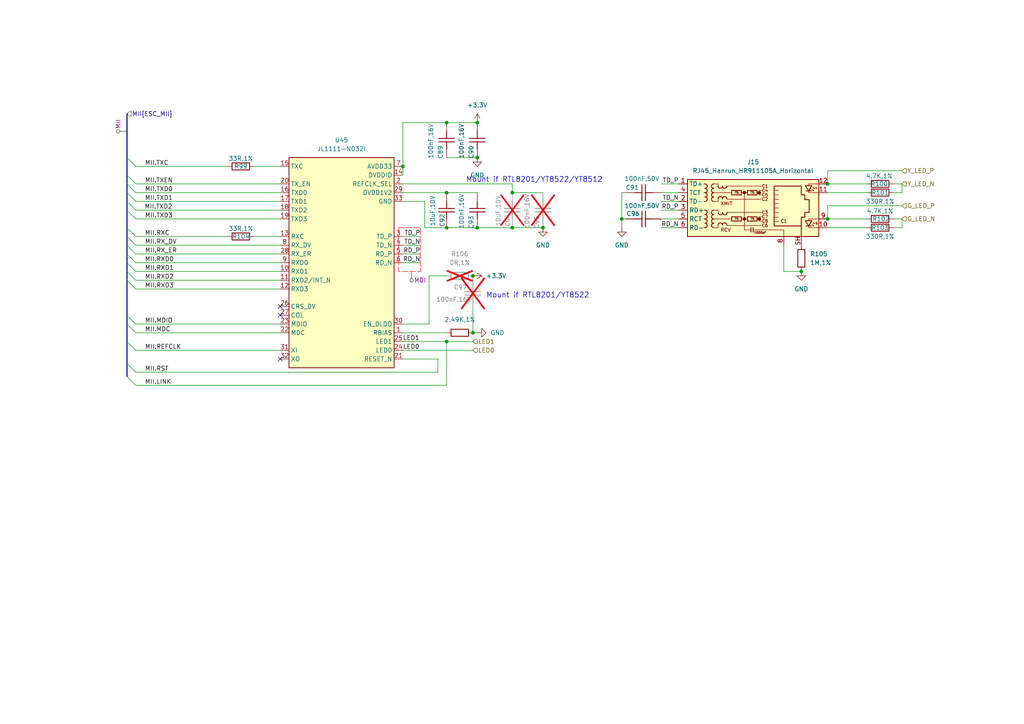
<source format=kicad_sch>
(kicad_sch (version 20250114) (generator "eeschema") (generator_version "9.0")
  (paper "A4")
  (lib_symbols
    (symbol "Connector:RJ45_Hanrun_HR911105A_Horizontal"
      (property "Reference" "J" (at 18.415 10.16 0))
      (property "Value" "RJ45_Hanrun_HR911105A_Horizontal" (at -19.05 10.16 0))
      (symbol "RJ45_Hanrun_HR911105A_Horizontal_0_0"
        (circle (center -1.27 5.08) (radius 0.0001) (stroke (width 0.508)))
        (polyline (pts (xy -1.27 5.08) (xy -1.27 -5.715)))
        (circle (center -1.27 -2.54) (radius 0.0001) (stroke (width 0.508)))
        (polyline (pts (xy 0.635 -5.08) (xy 0.635 -6.35)) (stroke (width 0.254)))
        (polyline (pts (xy 1.27 -5.08) (xy 1.27 -6.35)) (stroke (width 0.254)))
        (polyline (pts (xy 3.048 5.08) (xy 2.54 5.08)))
        (circle (center 3.048 5.08) (radius 0.0001) (stroke (width 0.508)))
        (polyline (pts (xy 3.048 -2.54) (xy 2.54 -2.54)))
        (circle (center 3.048 -2.54) (radius 0.0001) (stroke (width 0.508)))
        (polyline (pts (xy 3.683 5.715) (xy 3.048 5.715) (xy 3.048 4.445) (xy 3.683 4.445)))
        (polyline (pts (xy 3.683 -1.905) (xy 3.048 -1.905) (xy 3.048 -3.175) (xy 3.683 -3.175)))
        (polyline (pts (xy 17.399 7.112) (xy 17.399 7.62) (xy 20.32 7.62)))
        (polyline (pts (xy 17.399 -3.048) (xy 17.399 -2.54) (xy 20.32 -2.54)))
        (polyline (pts (xy 20.32 5.08) (xy 17.399 5.08) (xy 17.399 5.588)))
        (polyline (pts (xy 20.32 -5.08) (xy 17.399 -5.08) (xy 17.399 -4.572)))
        (text "XMIT" (at -8.255 1.905 0) (effects (font (size 1.016 1.016)) (justify left)))
        (text "RCV" (at -8.255 -5.715 0) (effects (font (size 1.016 1.016)) (justify left)))
        (text "C1" (at 4.699 6.985 0) (effects (font (size 0.889 0.889))))
        (text "C4" (at 4.699 5.715 0) (effects (font (size 0.889 0.889))))
        (text "C5" (at 4.699 4.445 0) (effects (font (size 0.889 0.889))))
        (text "C2" (at 4.699 3.175 0) (effects (font (size 0.889 0.889))))
        (text "C3" (at 4.699 -0.635 0) (effects (font (size 0.889 0.889))))
        (text "C7" (at 4.699 -1.905 0) (effects (font (size 0.889 0.889))))
        (text "C8" (at 4.699 -3.175 0) (effects (font (size 0.889 0.889))))
        (text "C6" (at 4.699 -4.445 0) (effects (font (size 0.889 0.889))))
        (text "C1" (at 10.16 -3.175 0) (effects (font (size 0.889 0.889))))
      )
      (symbol "RJ45_Hanrun_HR911105A_Horizontal_0_1"
        (rectangle (start -17.78 8.89) (end 20.32 -7.62) (stroke (width 0.254)) (fill (type background)))
        (polyline (pts (xy -12.7 7.62) (xy -13.081 7.62)))
        (polyline (pts (xy -12.7 5.08) (xy -13.081 5.08)))
        (polyline (pts (xy -12.7 2.54) (xy -13.081 2.54)))
        (polyline (pts (xy -12.7 0) (xy -13.081 0)))
        (polyline (pts (xy -12.7 -2.54) (xy -13.081 -2.54)))
        (polyline (pts (xy -12.7 -5.08) (xy -13.081 -5.08)))
        (polyline (pts (xy -10.16 7.62) (xy -8.89 7.62) (xy -8.89 6.985)))
        (polyline (pts (xy -10.16 0) (xy -8.89 0) (xy -8.89 -0.635)))
        (polyline (pts (xy -8.89 3.175) (xy -8.89 2.54) (xy -10.16 2.54)))
        (polyline (pts (xy -8.89 -4.445) (xy -8.89 -5.08) (xy -10.16 -5.08)))
        (polyline (pts (xy -6.35 6.985) (xy 3.683 6.985)))
        (polyline (pts (xy -6.35 3.175) (xy 3.683 3.175)))
        (polyline (pts (xy -6.35 -4.445) (xy 3.683 -4.445)))
        (polyline (pts (xy -6.223 -0.635) (xy 3.683 -0.635)))
        (polyline (pts (xy -5.08 -2.54) (xy -10.16 -2.54)))
        (polyline (pts (xy -4.953 5.08) (xy -10.16 5.08)))
        (polyline (pts (xy -2.159 5.08) (xy -0.381 5.08)))
        (polyline (pts (xy -2.159 -2.54) (xy -0.381 -2.54)))
        (polyline (pts (xy 0.635 -5.715) (xy -1.27 -5.715)))
        (polyline (pts (xy 7.366 3.175) (xy 8.636 3.175)))
        (polyline (pts (xy 7.366 1.905) (xy 8.636 1.905)))
        (polyline (pts (xy 7.366 0.635) (xy 8.636 0.635)))
        (polyline (pts (xy 7.366 -0.762) (xy 8.636 -0.762)))
        (polyline (pts (xy 7.366 -2.032) (xy 8.636 -2.032)))
        (polyline (pts (xy 8.636 5.715) (xy 7.366 5.715)))
        (polyline (pts (xy 8.636 4.445) (xy 7.366 4.445)))
        (polyline (pts (xy 8.636 -3.302) (xy 7.366 -3.302)))
        (polyline (pts (xy 10.16 -5.715) (xy 1.27 -5.715)))
        (polyline (pts (xy 10.16 -5.715) (xy 10.16 -7.62)))
      )
      (symbol "RJ45_Hanrun_HR911105A_Horizontal_1_0"
        (text "1000pF" (at 3.302 -6.477 0) (effects (font (size 0.635 0.635))))
      )
      (symbol "RJ45_Hanrun_HR911105A_Horizontal_1_1"
        (arc (start -12.7 0) (mid -12.0677 -0.635) (end -12.7 -1.27) (stroke (width 0.254)))
        (arc (start -12.6973 7.62) (mid -12.065 6.985) (end -12.6973 6.35) (stroke (width 0.254)))
        (arc (start -12.6973 -1.27) (mid -12.065 -1.905) (end -12.6973 -2.54) (stroke (width 0.254)))
        (arc (start -12.6973 -2.54) (mid -12.065 -3.175) (end -12.6973 -3.81) (stroke (width 0.254)))
        (arc (start -12.6973 -3.81) (mid -12.065 -4.445) (end -12.6973 -5.08) (stroke (width 0.254)))
        (arc (start -12.6946 6.35) (mid -12.0623 5.715) (end -12.6946 5.08) (stroke (width 0.254)))
        (arc (start -12.6946 5.08) (mid -12.0623 4.445) (end -12.6946 3.81) (stroke (width 0.254)))
        (arc (start -12.6946 3.81) (mid -12.0623 3.175) (end -12.6946 2.54) (stroke (width 0.254)))
        (arc (start -10.1654 6.35) (mid -10.7977 6.985) (end -10.1654 7.62) (stroke (width 0.254)))
        (arc (start -10.1654 5.08) (mid -10.7977 5.715) (end -10.1654 6.35) (stroke (width 0.254)))
        (arc (start -10.1654 3.81) (mid -10.7977 4.445) (end -10.1654 5.08) (stroke (width 0.254)))
        (arc (start -10.1654 -1.27) (mid -10.7977 -0.635) (end -10.1654 0) (stroke (width 0.254)))
        (arc (start -10.1654 -2.54) (mid -10.7977 -1.905) (end -10.1654 -1.27) (stroke (width 0.254)))
        (arc (start -10.1654 -3.81) (mid -10.7977 -3.175) (end -10.1654 -2.54) (stroke (width 0.254)))
        (arc (start -10.1627 2.54) (mid -10.795 3.175) (end -10.1627 3.81) (stroke (width 0.254)))
        (arc (start -10.1627 -5.08) (mid -10.795 -4.445) (end -10.1627 -3.81) (stroke (width 0.254)))
        (arc (start -7.62 6.9823) (mid -8.255 6.35) (end -8.89 6.9823) (stroke (width 0.254)))
        (arc (start -8.89 3.3047) (mid -8.255 3.937) (end -7.62 3.3047) (stroke (width 0.254)))
        (arc (start -8.89 -4.3153) (mid -8.255 -3.683) (end -7.62 -4.3153) (stroke (width 0.254)))
        (arc (start -7.5565 -0.7012) (mid -8.1915 -1.3335) (end -8.8265 -0.7012) (stroke (width 0.254)))
        (arc (start -6.35 6.985) (mid -6.985 6.3527) (end -7.62 6.985) (stroke (width 0.254)))
        (arc (start -7.62 3.3074) (mid -6.985 3.9397) (end -6.35 3.3074) (stroke (width 0.254)))
        (arc (start -7.62 -4.3126) (mid -6.985 -3.6803) (end -6.35 -4.3126) (stroke (width 0.254)))
        (arc (start -6.2865 -0.6985) (mid -6.9215 -1.3308) (end -7.5565 -0.6985) (stroke (width 0.254)))
        (rectangle (start -4.953 5.715) (end -2.159 4.445) (stroke (width 0.254)))
        (rectangle (start -4.953 -1.905) (end -2.159 -3.175) (stroke (width 0.254)))
        (rectangle (start -0.381 5.715) (end 2.413 4.445) (stroke (width 0.254)))
        (rectangle (start -0.381 -1.905) (end 2.413 -3.175) (stroke (width 0.254)))
        (polyline (pts (xy 7.366 -4.572) (xy 7.366 6.985) (xy 15.24 6.985) (xy 15.24 4.445) (xy 16.256 4.445) (xy 16.256 3.048) (xy 17.526 3.048) (xy 17.526 -0.635) (xy 16.256 -0.635) (xy 16.256 -2.032) (xy 15.24 -2.032) (xy 15.24 -4.572) (xy 7.366 -4.572)) (stroke (width 0.254)))
        (polyline (pts (xy 15.24 -7.62) (xy 15.24 -4.572)) (stroke (width 0.254)))
        (polyline (pts (xy 18.161 5.588) (xy 16.637 5.588)) (stroke (width 0.254)))
        (polyline (pts (xy 18.161 -4.572) (xy 16.637 -4.572)) (stroke (width 0.254)))
        (polyline (pts (xy 18.288 7.112) (xy 16.383 7.112) (xy 17.399 5.588) (xy 18.288 7.112)) (stroke (width 0.254)))
        (polyline (pts (xy 18.288 6.096) (xy 18.796 5.588) (xy 18.542 5.588)))
        (polyline (pts (xy 18.288 -3.048) (xy 16.383 -3.048) (xy 17.399 -4.572) (xy 18.288 -3.048)) (stroke (width 0.254)))
        (polyline (pts (xy 18.288 -4.064) (xy 18.796 -4.572) (xy 18.542 -4.572)))
        (polyline (pts (xy 18.542 6.731) (xy 19.05 6.223) (xy 18.796 6.223)))
        (polyline (pts (xy 18.542 -3.429) (xy 19.05 -3.937) (xy 18.796 -3.937)))
        (polyline (pts (xy 18.796 5.588) (xy 18.796 5.842)))
        (polyline (pts (xy 18.796 -4.572) (xy 18.796 -4.318)))
        (polyline (pts (xy 19.05 6.223) (xy 19.05 6.477)))
        (polyline (pts (xy 19.05 -3.937) (xy 19.05 -3.683)))
        (text "75" (at -3.556 5.08 0) (effects (font (size 0.635 0.635))))
        (text "75" (at -3.556 -2.54 0) (effects (font (size 0.635 0.635))))
        (text "75" (at 1.016 5.08 0) (effects (font (size 0.635 0.635))))
        (text "75" (at 1.016 -2.54 0) (effects (font (size 0.635 0.635))))
        (text "Y" (at 19.558 6.35 0) (effects (font (size 0.635 0.635))))
        (text "G" (at 19.685 -3.81 0) (effects (font (size 0.635 0.635))))
        (pin passive line (at -20.32 7.62 0) (length 2.54) (name "TD+") (number "1"))
        (pin passive line (at -20.32 5.08 0) (length 2.54) (name "TCT") (number "4"))
        (pin passive line (at -20.32 2.54 0) (length 2.54) (name "TD-") (number "2"))
        (pin passive line (at -20.32 0 0) (length 2.54) (name "RD+") (number "3"))
        (pin passive line (at -20.32 -2.54 0) (length 2.54) (name "RCT") (number "5"))
        (pin passive line (at -20.32 -5.08 0) (length 2.54) (name "RD-") (number "6"))
        (pin power_in line (at 10.16 -10.16 90) (length 2.54) (name "") (number "8"))
        (pin passive line (at 15.24 -10.16 90) (length 2.54) (name "") (number "SH"))
        (pin no_connect line (at 20.32 0 0) (length 0) (hide yes) (name "NC") (number "7"))
        (pin passive line (at 22.86 7.62 180) (length 2.54) (name "") (number "12"))
        (pin passive line (at 22.86 5.08 180) (length 2.54) (name "") (number "11"))
        (pin passive line (at 22.86 -2.54 180) (length 2.54) (name "") (number "9"))
        (pin passive line (at 22.86 -5.08 180) (length 2.54) (name "") (number "10"))
      )
    )
    (symbol "HPM6280Foc:0402WGF0000TCE" (pin_numbers (hide yes)) (pin_names (hide yes))
      (property "Reference" "R" (at 0 2.54 0))
      (property "Value" "0R,1%" (at 0 0 0))
      (symbol "0402WGF0000TCE_0_1"
        (rectangle (start 2.54 -1.016) (end -2.54 1.016) (stroke (width 0.254)))
      )
      (symbol "0402WGF0000TCE_1_1"
        (pin passive line (at -3.81 0 0) (length 1.27) (name "~") (number "1"))
        (pin passive line (at 3.81 0 180) (length 1.27) (name "~") (number "2"))
      )
    )
    (symbol "HPM6280Foc:0402WGF2491TCE" (pin_numbers (hide yes)) (pin_names (hide yes))
      (property "Reference" "R" (at 0 2.54 0))
      (property "Value" "2.49K,1%" (at 0 0 0))
      (symbol "0402WGF2491TCE_0_1"
        (rectangle (start 2.54 -1.016) (end -2.54 1.016) (stroke (width 0.254)))
      )
      (symbol "0402WGF2491TCE_1_1"
        (pin passive line (at -3.81 0 0) (length 1.27) (name "~") (number "1"))
        (pin passive line (at 3.81 0 180) (length 1.27) (name "~") (number "2"))
      )
    )
    (symbol "HPM6280Foc:0402WGF3300TCE" (pin_numbers (hide yes)) (pin_names (hide yes))
      (property "Reference" "R" (at 0 2.54 0))
      (property "Value" "330R,1%" (at 0 0 0))
      (symbol "0402WGF3300TCE_0_1"
        (rectangle (start 2.54 -1.016) (end -2.54 1.016) (stroke (width 0.254)))
      )
      (symbol "0402WGF3300TCE_1_1"
        (pin passive line (at -3.81 0 0) (length 1.27) (name "~") (number "1"))
        (pin passive line (at 3.81 0 180) (length 1.27) (name "~") (number "2"))
      )
    )
    (symbol "HPM6280Foc:0402WGF330JTCE" (pin_numbers (hide yes)) (pin_names (hide yes))
      (property "Reference" "R" (at 0 2.54 0))
      (property "Value" "33R,1%" (at 0 0 0))
      (symbol "0402WGF330JTCE_0_1"
        (rectangle (start 2.54 -1.016) (end -2.54 1.016) (stroke (width 0.254)))
      )
      (symbol "0402WGF330JTCE_1_1"
        (pin passive line (at -3.81 0 0) (length 1.27) (name "~") (number "1"))
        (pin passive line (at 3.81 0 180) (length 1.27) (name "~") (number "2"))
      )
    )
    (symbol "HPM6280Foc:0402WGF4701TCE" (pin_numbers (hide yes)) (pin_names (hide yes))
      (property "Reference" "R" (at -1.27 2.54 0))
      (property "Value" "4.7K,1%" (at 0 -2.54 0))
      (symbol "0402WGF4701TCE_0_1"
        (rectangle (start 2.54 -1.016) (end -2.54 1.016) (stroke (width 0.254)))
      )
      (symbol "0402WGF4701TCE_1_1"
        (pin passive line (at -3.81 0 0) (length 1.27) (name "~") (number "1"))
        (pin passive line (at 3.81 0 180) (length 1.27) (name "~") (number "2"))
      )
    )
    (symbol "HPM6280Foc:0805W8F1004T5E" (pin_numbers (hide yes)) (pin_names (hide yes))
      (property "Reference" "R" (at 0 2.54 0))
      (property "Value" "1M,1%" (at 0 0 0))
      (symbol "0805W8F1004T5E_0_1"
        (rectangle (start 2.54 -1.016) (end -2.54 1.016) (stroke (width 0.254)))
      )
      (symbol "0805W8F1004T5E_1_1"
        (pin passive line (at -3.81 0 0) (length 1.27) (name "~") (number "1"))
        (pin passive line (at 3.81 0 180) (length 1.27) (name "~") (number "2"))
      )
    )
    (symbol "HPM6280Foc:CC0402KRX7R7BB104"
      (property "Reference" "C" (at -1.27 2.54 0))
      (property "Value" "100nF,16V" (at 0 -3.81 0))
      (symbol "CC0402KRX7R7BB104_1_0"
        (polyline (pts (xy -0.508 2.286) (xy -0.508 -2.286)) (stroke (width 0.254)))
        (polyline (pts (xy -0.508 0) (xy -2.54 0)) (stroke (width 0.254)))
        (polyline (pts (xy 0.508 2.286) (xy 0.508 -2.286)) (stroke (width 0.254)))
        (polyline (pts (xy 0.508 0) (xy 2.54 0)) (stroke (width 0.254)))
        (pin passive line (at -5.08 0 0) (length 2.54) (name "2") (number "2"))
        (pin passive line (at 5.08 0 180) (length 2.54) (name "1") (number "1"))
      )
    )
    (symbol "HPM6280Foc:CC0603KRX7R9BB104"
      (property "Reference" "C" (at -1.27 2.54 0))
      (property "Value" "100nF,50V" (at 0 -3.81 0))
      (symbol "CC0603KRX7R9BB104_1_0"
        (polyline (pts (xy -0.508 2.286) (xy -0.508 -2.286)) (stroke (width 0.254)))
        (polyline (pts (xy -0.508 0) (xy -2.54 0)) (stroke (width 0.254)))
        (polyline (pts (xy 0.508 2.286) (xy 0.508 -2.286)) (stroke (width 0.254)))
        (polyline (pts (xy 0.508 0) (xy 2.54 0)) (stroke (width 0.254)))
        (pin passive line (at -5.08 0 0) (length 2.54) (name "2") (number "2"))
        (pin passive line (at 5.08 0 180) (length 2.54) (name "1") (number "1"))
      )
    )
    (symbol "HPM6280Foc:CL05A106MP5NUNC"
      (property "Reference" "C" (at 0 3.81 0))
      (property "Value" "10uF,10V" (at 0 -3.81 0))
      (symbol "CL05A106MP5NUNC_1_0"
        (polyline (pts (xy -0.508 2.286) (xy -0.508 -2.286)) (stroke (width 0.254)))
        (polyline (pts (xy -0.508 0) (xy -2.54 0)) (stroke (width 0.254)))
        (polyline (pts (xy 0.508 2.286) (xy 0.508 -2.286)) (stroke (width 0.254)))
        (polyline (pts (xy 0.508 0) (xy 2.54 0)) (stroke (width 0.254)))
        (pin passive line (at -5.08 0 0) (length 2.54) (name "2") (number "2"))
        (pin passive line (at 5.08 0 180) (length 2.54) (name "1") (number "1"))
      )
    )
    (symbol "HPM6280Foc:JL1111-N032I"
      (property "Reference" "U" (at 0 0 0))
      (property "Value" "JL1111-N032I" (at 0 0 0))
      (symbol "JL1111-N032I_1_1"
        (rectangle (start 0 0) (end 30.48 -60.96) (stroke (width 0.254)) (fill (type background)))
        (pin input line (at -2.54 -2.54 0) (length 2.54) (name "TXC") (number "15"))
        (pin input line (at -2.54 -7.62 0) (length 2.54) (name "TX_EN") (number "20"))
        (pin input line (at -2.54 -10.16 0) (length 2.54) (name "TXD0") (number "16"))
        (pin input line (at -2.54 -12.7 0) (length 2.54) (name "TXD1") (number "17"))
        (pin input line (at -2.54 -15.24 0) (length 2.54) (name "TXD2") (number "18"))
        (pin input line (at -2.54 -17.78 0) (length 2.54) (name "TXD3") (number "19"))
        (pin output line (at -2.54 -22.86 0) (length 2.54) (name "RXC") (number "13"))
        (pin output line (at -2.54 -25.4 0) (length 2.54) (name "RX_DV") (number "8"))
        (pin output line (at -2.54 -27.94 0) (length 2.54) (name "RX_ER") (number "28"))
        (pin output line (at -2.54 -30.48 0) (length 2.54) (name "RXD0") (number "9"))
        (pin output line (at -2.54 -33.02 0) (length 2.54) (name "RXD1") (number "10"))
        (pin output line (at -2.54 -35.56 0) (length 2.54) (name "RXD2/INT_N") (number "11"))
        (pin output line (at -2.54 -38.1 0) (length 2.54) (name "RXD3") (number "12"))
        (pin output line (at -2.54 -43.18 0) (length 2.54) (name "CRS_DV") (number "26"))
        (pin output line (at -2.54 -45.72 0) (length 2.54) (name "COL") (number "27"))
        (pin bidirectional line (at -2.54 -48.26 0) (length 2.54) (name "MDIO") (number "23"))
        (pin input line (at -2.54 -50.8 0) (length 2.54) (name "MDC") (number "22"))
        (pin input line (at -2.54 -55.88 0) (length 2.54) (name "XI") (number "31"))
        (pin output line (at -2.54 -58.42 0) (length 2.54) (name "XO") (number "32"))
        (pin power_in line (at 33.02 -2.54 180) (length 2.54) (name "AVDD33") (number "7"))
        (pin power_in line (at 33.02 -5.08 180) (length 2.54) (name "DVDDIO") (number "14"))
        (pin power_in line (at 33.02 -7.62 180) (length 2.54) (name "REFCLK_SEL") (number "2"))
        (pin power_in line (at 33.02 -10.16 180) (length 2.54) (name "DVDD1V2") (number "29"))
        (pin power_in line (at 33.02 -12.7 180) (length 2.54) (name "GND") (number "33"))
        (pin input line (at 33.02 -22.86 180) (length 2.54) (name "TD_P") (number "3"))
        (pin input line (at 33.02 -25.4 180) (length 2.54) (name "TD_N") (number "4"))
        (pin input line (at 33.02 -27.94 180) (length 2.54) (name "RD_P") (number "5"))
        (pin input line (at 33.02 -30.48 180) (length 2.54) (name "RD_N") (number "6"))
        (pin input line (at 33.02 -48.26 180) (length 2.54) (name "EN_DLDO") (number "30"))
        (pin input line (at 33.02 -50.8 180) (length 2.54) (name "RBIAS") (number "1"))
        (pin bidirectional line (at 33.02 -53.34 180) (length 2.54) (name "LED1") (number "25"))
        (pin bidirectional line (at 33.02 -55.88 180) (length 2.54) (name "LED0") (number "24"))
        (pin input line (at 33.02 -58.42 180) (length 2.54) (name "RESET_N") (number "21"))
      )
    )
    (symbol "power:+3.3V" (power) (pin_numbers (hide yes)) (pin_names (offset 0) (hide yes))
      (property "Value" "+3.3V" (at 0 3.556 0))
      (symbol "+3.3V_0_1"
        (polyline (pts (xy -0.762 1.27) (xy 0 2.54)))
        (polyline (pts (xy 0 2.54) (xy 0.762 1.27)))
        (polyline (pts (xy 0 0) (xy 0 2.54)))
      )
      (symbol "+3.3V_1_1"
        (pin power_in line (at 0 0 90) (length 0) (name "~") (number "1"))
      )
    )
    (symbol "power:GND" (power) (pin_numbers (hide yes)) (pin_names (offset 0) (hide yes))
      (property "Value" "GND" (at 0 -3.81 0))
      (symbol "GND_0_1"
        (polyline (pts (xy 0 0) (xy 0 -1.27) (xy 1.27 -1.27) (xy 0 -2.54) (xy -1.27 -1.27) (xy 0 -1.27)))
      )
      (symbol "GND_1_1"
        (pin power_in line (at 0 0 270) (length 0) (name "~") (number "1"))
      )
    )
  )
  (text "Mount if RTL8201/YT8522\n" (at 140.97 86.614 0) (effects (font (size 1.5 1.5)) (justify left bottom)))
  (text "Mount if RTL8201/YT8522/YT8512\n" (at 135.128 53.086 0) (effects (font (size 1.5 1.5)) (justify left bottom)))
  (junction (at 148.59 55.88))
  (junction (at 148.59 66.04))
  (junction (at 157.48 66.04))
  (junction (at 240.03 53.34))
  (junction (at 129.54 99.06))
  (junction (at 138.43 66.04))
  (junction (at 240.03 63.5))
  (junction (at 138.43 45.72))
  (junction (at 180.34 63.5))
  (junction (at 138.43 35.56))
  (junction (at 116.84 48.26))
  (junction (at 129.54 35.56))
  (junction (at 129.54 55.88))
  (junction (at 129.54 66.04))
  (junction (at 137.16 96.52))
  (junction (at 137.16 80.01))
  (junction (at 232.41 78.74))
  (no_connect (at 81.28 91.44))
  (no_connect (at 81.28 104.14))
  (no_connect (at 81.28 88.9))
  (bus_entry (at 36.83 99.06) (size 2.54 2.54))
  (bus_entry (at 36.83 66.04) (size 2.54 2.54))
  (bus_entry (at 36.83 78.74) (size 2.54 2.54))
  (bus_entry (at 36.83 73.66) (size 2.54 2.54))
  (bus_entry (at 36.83 60.96) (size 2.54 2.54))
  (bus_entry (at 36.83 58.42) (size 2.54 2.54))
  (bus_entry (at 36.83 91.44) (size 2.54 2.54))
  (bus_entry (at 36.83 68.58) (size 2.54 2.54))
  (bus_entry (at 36.83 45.72) (size 2.54 2.54))
  (bus_entry (at 36.83 76.2) (size 2.54 2.54))
  (bus_entry (at 36.83 93.98) (size 2.54 2.54))
  (bus_entry (at 36.83 81.28) (size 2.54 2.54))
  (bus_entry (at 36.83 55.88) (size 2.54 2.54))
  (bus_entry (at 36.83 105.41) (size 2.54 2.54))
  (bus_entry (at 36.83 109.22) (size 2.54 2.54))
  (bus_entry (at 36.83 71.12) (size 2.54 2.54))
  (bus_entry (at 36.83 53.34) (size 2.54 2.54))
  (bus_entry (at 36.83 50.8) (size 2.54 2.54))
  (wire (pts (xy 180.34 55.88) (xy 180.34 63.5)))
  (wire (pts (xy 39.37 60.96) (xy 81.28 60.96)))
  (wire (pts (xy 240.03 63.5) (xy 251.46 63.5)))
  (wire (pts (xy 39.37 53.34) (xy 81.28 53.34)))
  (wire (pts (xy 39.37 73.66) (xy 81.28 73.66)))
  (wire (pts (xy 124.46 80.01) (xy 129.54 80.01)))
  (wire (pts (xy 39.37 48.26) (xy 66.04 48.26)))
  (wire (pts (xy 121.92 73.66) (xy 116.84 73.66)))
  (wire (pts (xy 227.33 71.12) (xy 227.33 78.74)))
  (bus (pts (xy 36.83 81.28) (xy 36.83 91.44)))
  (wire (pts (xy 39.37 111.76) (xy 129.54 111.76)))
  (wire (pts (xy 181.61 55.88) (xy 180.34 55.88)))
  (wire (pts (xy 39.37 81.28) (xy 81.28 81.28)))
  (wire (pts (xy 129.54 99.06) (xy 137.16 99.06)))
  (wire (pts (xy 116.84 48.26) (xy 116.84 35.56)))
  (wire (pts (xy 116.84 96.52) (xy 129.54 96.52)))
  (wire (pts (xy 129.54 111.76) (xy 129.54 99.06)))
  (wire (pts (xy 121.92 76.2) (xy 116.84 76.2)))
  (wire (pts (xy 148.59 55.88) (xy 157.48 55.88)))
  (wire (pts (xy 137.16 96.52) (xy 138.43 96.52)))
  (wire (pts (xy 196.85 58.42) (xy 191.77 58.42)))
  (wire (pts (xy 73.66 68.58) (xy 81.28 68.58)))
  (wire (pts (xy 127 104.14) (xy 116.84 104.14)))
  (bus (pts (xy 36.83 99.06) (xy 36.83 105.41)))
  (bus (pts (xy 36.83 105.41) (xy 36.83 109.22)))
  (bus (pts (xy 36.83 78.74) (xy 36.83 81.28)))
  (bus (pts (xy 36.83 66.04) (xy 36.83 68.58)))
  (wire (pts (xy 129.54 35.56) (xy 138.43 35.56)))
  (wire (pts (xy 129.54 66.04) (xy 138.43 66.04)))
  (wire (pts (xy 39.37 78.74) (xy 81.28 78.74)))
  (wire (pts (xy 196.85 53.34) (xy 191.77 53.34)))
  (wire (pts (xy 240.03 59.69) (xy 240.03 63.5)))
  (wire (pts (xy 240.03 55.88) (xy 251.46 55.88)))
  (wire (pts (xy 39.37 68.58) (xy 66.04 68.58)))
  (wire (pts (xy 138.43 66.04) (xy 148.59 66.04)))
  (wire (pts (xy 259.08 66.04) (xy 261.62 66.04)))
  (wire (pts (xy 39.37 93.98) (xy 81.28 93.98)))
  (wire (pts (xy 261.62 59.69) (xy 240.03 59.69)))
  (wire (pts (xy 116.84 55.88) (xy 129.54 55.88)))
  (wire (pts (xy 148.59 53.34) (xy 148.59 55.88)))
  (wire (pts (xy 261.62 53.34) (xy 259.08 53.34)))
  (wire (pts (xy 39.37 101.6) (xy 81.28 101.6)))
  (wire (pts (xy 39.37 58.42) (xy 81.28 58.42)))
  (bus (pts (xy 36.83 60.96) (xy 36.83 66.04)))
  (wire (pts (xy 39.37 63.5) (xy 81.28 63.5)))
  (wire (pts (xy 261.62 66.04) (xy 261.62 63.5)))
  (wire (pts (xy 148.59 66.04) (xy 157.48 66.04)))
  (bus (pts (xy 36.83 33.02) (xy 36.83 45.72)))
  (wire (pts (xy 259.08 55.88) (xy 261.62 55.88)))
  (wire (pts (xy 39.37 96.52) (xy 81.28 96.52)))
  (wire (pts (xy 39.37 71.12) (xy 81.28 71.12)))
  (wire (pts (xy 123.19 58.42) (xy 123.19 66.04)))
  (wire (pts (xy 39.37 107.95) (xy 127 107.95)))
  (bus (pts (xy 36.83 55.88) (xy 36.83 58.42)))
  (bus (pts (xy 36.83 73.66) (xy 36.83 76.2)))
  (wire (pts (xy 39.37 83.82) (xy 81.28 83.82)))
  (wire (pts (xy 261.62 63.5) (xy 259.08 63.5)))
  (wire (pts (xy 123.19 66.04) (xy 129.54 66.04)))
  (wire (pts (xy 180.34 63.5) (xy 180.34 66.04)))
  (wire (pts (xy 196.85 66.04) (xy 191.77 66.04)))
  (bus (pts (xy 36.83 91.44) (xy 36.83 93.98)))
  (bus (pts (xy 36.83 58.42) (xy 36.83 60.96)))
  (wire (pts (xy 116.84 101.6) (xy 137.16 101.6)))
  (bus (pts (xy 36.83 71.12) (xy 36.83 73.66)))
  (wire (pts (xy 116.84 93.98) (xy 124.46 93.98)))
  (bus (pts (xy 36.83 68.58) (xy 36.83 71.12)))
  (wire (pts (xy 129.54 45.72) (xy 138.43 45.72)))
  (wire (pts (xy 116.84 53.34) (xy 148.59 53.34)))
  (wire (pts (xy 137.16 90.17) (xy 137.16 96.52)))
  (wire (pts (xy 240.03 53.34) (xy 251.46 53.34)))
  (wire (pts (xy 116.84 35.56) (xy 129.54 35.56)))
  (wire (pts (xy 227.33 78.74) (xy 232.41 78.74)))
  (wire (pts (xy 116.84 48.26) (xy 116.84 50.8)))
  (wire (pts (xy 261.62 49.53) (xy 240.03 49.53)))
  (wire (pts (xy 121.92 68.58) (xy 116.84 68.58)))
  (bus (pts (xy 36.83 53.34) (xy 36.83 55.88)))
  (bus (pts (xy 36.83 93.98) (xy 36.83 99.06)))
  (bus (pts (xy 36.83 50.8) (xy 36.83 53.34)))
  (bus (pts (xy 36.83 45.72) (xy 36.83 50.8)))
  (wire (pts (xy 116.84 58.42) (xy 123.19 58.42)))
  (wire (pts (xy 191.77 63.5) (xy 196.85 63.5)))
  (wire (pts (xy 191.77 55.88) (xy 196.85 55.88)))
  (wire (pts (xy 196.85 60.96) (xy 191.77 60.96)))
  (wire (pts (xy 39.37 76.2) (xy 81.28 76.2)))
  (wire (pts (xy 180.34 63.5) (xy 181.61 63.5)))
  (bus (pts (xy 36.83 76.2) (xy 36.83 78.74)))
  (wire (pts (xy 124.46 93.98) (xy 124.46 80.01)))
  (wire (pts (xy 121.92 71.12) (xy 116.84 71.12)))
  (wire (pts (xy 127 107.95) (xy 127 104.14)))
  (wire (pts (xy 116.84 99.06) (xy 129.54 99.06)))
  (wire (pts (xy 39.37 55.88) (xy 81.28 55.88)))
  (wire (pts (xy 73.66 48.26) (xy 81.28 48.26)))
  (wire (pts (xy 261.62 55.88) (xy 261.62 53.34)))
  (wire (pts (xy 240.03 66.04) (xy 251.46 66.04)))
  (wire (pts (xy 240.03 49.53) (xy 240.03 53.34)))
  (wire (pts (xy 129.54 55.88) (xy 138.43 55.88)))
  (label "MII.TXD2" (at 41.91 60.96 0))
  (label "MII.RX_ER" (at 42.0175 73.66 0))
  (label "MII.RXD0" (at 42.0175 76.2 0))
  (label "MII.RXD2" (at 42.0175 81.28 0))
  (label "MII.RXD3" (at 42.0175 83.82 0))
  (label "MII.RST" (at 42.0175 107.95 0))
  (label "TD_N" (at 121.92 71.12 180))
  (label "LED0" (at 116.84 101.6 0))
  (label "MII.TXD0" (at 42.0175 55.88 0))
  (label "MII.MDC" (at 42.0175 96.52 0))
  (label "MII.MDIO" (at 42.0175 93.98 0))
  (label "RD_N" (at 121.92 76.2 180))
  (label "LED1" (at 116.84 99.06 0))
  (label "TD_P" (at 196.85 53.34 180))
  (label "MII.TXD3" (at 42.0175 63.5 0))
  (label "MII.TXC" (at 42.0175 48.26 0))
  (label "RD_P" (at 121.92 73.66 180))
  (label "MII.REFCLK" (at 42.0175 101.6 0))
  (label "RD_N" (at 196.85 66.04 180))
  (label "MII.RX_DV" (at 42.0175 71.12 0))
  (label "MII.RXC" (at 42.0175 68.58 0))
  (label "TD_P" (at 121.92 68.58 180))
  (label "RD_P" (at 196.85 60.96 180))
  (label "MII.TXEN" (at 42.0175 53.34 0))
  (label "TD_N" (at 196.85 58.42 180))
  (label "MII.LINK" (at 42.0175 111.76 0))
  (label "MII.RXD1" (at 42.0175 78.74 0))
  (label "MII.TXD1" (at 42.0175 58.42 0))
  (hierarchical_label "LED0" (shape input) (at 137.16 101.6 0))
  (hierarchical_label "Y_LED_N" (shape input) (at 261.62 53.34 0))
  (hierarchical_label "G_LED_P" (shape input) (at 261.62 59.69 0))
  (hierarchical_label "Y_LED_P" (shape input) (at 261.62 49.53 0))
  (hierarchical_label "G_LED_N" (shape input) (at 261.62 63.5 0))
  (hierarchical_label "MII{ESC_MII}" (shape input) (at 36.83 33.02 0))
  (hierarchical_label "LED1" (shape input) (at 137.16 99.06 0))
  (rule_area (polyline (pts (xy 115.57 66.04) (xy 115.57 78.74) (xy 121.92 78.74) (xy 121.92 66.04)) (stroke (width 0) (type dash))))
  (netclass_flag "" (length 2.54) (shape round) (at 36.83 38.1 90) (property "Netclass" "MII" (at 34.29 37.4015 90) (effects (justify left))))
  (netclass_flag "" (length 2.54) (shape round) (at 119.38 78.74 180) (property "Netclass" "MDI" (at 120.0785 81.28 0) (effects (justify left))))
  (symbol (lib_id "HPM6280Foc:0402WGF4701TCE") (at 255.27 63.5 0) (unit 1)
    (property "Reference" "R102" (at 255.524 63.5 0))
    (property "Value" "4.7K,1%" (at 255.27 61.214 0))
    (property "Footprint" "Resistor_SMD:R_0402_1005Metric" (effects (hide yes)))
    (property "制造商" "UNI-ROYAL(厚声)" (effects (hide yes)))
    (property "华秋编号" "G0065579" (effects (hide yes)))
    (property "立创编号" "C25900" (effects (hide yes)))
    (instances (project "HPM5E31_ECatDualFOC" (path "" (reference "R102") (unit 1)) (path "" (reference "R111") (unit 1))))
  )
  (symbol (lib_id "HPM6280Foc:CL05A106MP5NUNC") (at 129.54 60.96 90) (unit 1)
    (property "Reference" "C92" (at 128.27 61.976 0) (effects (justify right)))
    (property "Value" "10uF,10V" (at 125.476 56.642 0) (effects (justify right)))
    (property "Footprint" "Capacitor_SMD:C_0402_1005Metric" (effects (hide yes)))
    (property "Datasheet" "https://atta.szlcsc.com/upload/public/pdf/source/20231220/1EF805BAE1520675928CC4638D279E74.pdf" (effects (hide yes)))
    (property "华秋编号" "G0022855" (effects (hide yes)))
    (property "立创编号" "C315248" (effects (hide yes)))
    (instances (project "HPM5E31_ECatDualFOC" (path "" (reference "C92") (unit 1)) (path "" (reference "C101") (unit 1))))
  )
  (symbol (lib_id "power:GND") (at 157.48 66.04 0) (unit 1)
    (property "Reference" "#PWR0253" (effects (hide yes)))
    (property "Value" "GND" (at 157.48 71.12 0))
    (property "Description" "Power symbol creates a global label with name \"GND\" , ground" (effects (hide yes)))
    (instances (project "HPM5E31_ECatDualFOC" (path "" (reference "#PWR0253") (unit 1)) (path "" (reference "#PWR0260") (unit 1))))
  )
  (symbol (lib_id "HPM6280Foc:CC0402KRX7R7BB104") (at 157.48 60.96 90) (unit 1) (dnp yes)
    (property "Reference" "C95" (at 155.702 62.484 0) (effects (justify right)))
    (property "Value" "100nF,16V" (at 152.908 56.134 0) (effects (justify right)))
    (property "Footprint" "Capacitor_SMD:C_0402_1005Metric" (effects (hide yes)))
    (property "制造商" "YAGEO(国巨)" (effects (hide yes)))
    (property "华秋编号" "G0042289" (effects (hide yes)))
    (property "立创编号" "C60474" (effects (hide yes)))
    (instances (project "HPM5E31_ECatDualFOC" (path "" (reference "C95") (unit 1)) (path "" (reference "C104") (unit 1))))
  )
  (symbol (lib_id "HPM6280Foc:JL1111-N032I") (at 83.82 45.72 0) (unit 1)
    (property "Reference" "U45" (at 99.06 40.64 0))
    (property "Value" "JL1111-N032I" (at 99.06 43.18 0))
    (property "Footprint" "Package_DFN_QFN:QFN-32-1EP_5x5mm_P0.5mm_EP3.1x3.1mm" (effects (hide yes)))
    (instances (project "HPM5E31_ECatDualFOC" (path "" (reference "U45") (unit 1)) (path "" (reference "U48") (unit 1))))
  )
  (symbol (lib_id "HPM6280Foc:0402WGF3300TCE") (at 255.27 55.88 0) (unit 1)
    (property "Reference" "R101" (at 255.27 55.88 0))
    (property "Value" "330R,1%" (at 255.27 58.42 0))
    (property "Footprint" "Resistor_SMD:R_0402_1005Metric" (effects (hide yes)))
    (property "Description" "330Ω ±1% 62.5mW 厚膜电阻" (effects (hide yes)))
    (property "华秋编号" "G0064870" (effects (hide yes)))
    (property "立创编号" "C25104" (effects (hide yes)))
    (instances (project "HPM5E31_ECatDualFOC" (path "" (reference "R101") (unit 1)) (path "" (reference "R110") (unit 1))))
  )
  (symbol (lib_id "HPM6280Foc:CC0402KRX7R7BB104") (at 138.43 60.96 90) (unit 1)
    (property "Reference" "C93" (at 136.652 62.484 0) (effects (justify right)))
    (property "Value" "100nF,16V" (at 133.858 56.134 0) (effects (justify right)))
    (property "Footprint" "Capacitor_SMD:C_0402_1005Metric" (effects (hide yes)))
    (property "制造商" "YAGEO(国巨)" (effects (hide yes)))
    (property "华秋编号" "G0042289" (effects (hide yes)))
    (property "立创编号" "C60474" (effects (hide yes)))
    (instances (project "HPM5E31_ECatDualFOC" (path "" (reference "C93") (unit 1)) (path "" (reference "C102") (unit 1))))
  )
  (symbol (lib_id "Connector:RJ45_Hanrun_HR911105A_Horizontal") (at 217.17 60.96 0) (unit 1)
    (property "Reference" "J15" (at 218.44 46.99 0))
    (property "Value" "RJ45_Hanrun_HR911105A_Horizontal" (at 218.44 49.53 0))
    (property "Footprint" "Connector_RJ:RJ45_Hanrun_HR911105A_Horizontal" (effects (hide yes)))
    (property "Datasheet" "https://datasheet.lcsc.com/lcsc/1811141815_HANRUN-Zhongshan-HanRun-Elec-HR911105A_C12074.pdf" (effects (hide yes)))
    (property "Description" "1 Port RJ45 Magjack Connector Through Hole 10/100 Base-T, AutoMDIX" (effects (hide yes)))
    (instances (project "HPM5E31_ECatDualFOC" (path "" (reference "J15") (unit 1)) (path "" (reference "J16") (unit 1))))
  )
  (symbol (lib_id "HPM6280Foc:0402WGF4701TCE") (at 255.27 53.34 0) (unit 1)
    (property "Reference" "R100" (at 255.016 53.34 0))
    (property "Value" "4.7K,1%" (at 255.016 51.054 0))
    (property "Footprint" "Resistor_SMD:R_0402_1005Metric" (effects (hide yes)))
    (property "制造商" "UNI-ROYAL(厚声)" (effects (hide yes)))
    (property "华秋编号" "G0065579" (effects (hide yes)))
    (property "立创编号" "C25900" (effects (hide yes)))
    (instances (project "HPM5E31_ECatDualFOC" (path "" (reference "R100") (unit 1)) (path "" (reference "R109") (unit 1))))
  )
  (symbol (lib_id "HPM6280Foc:0402WGF0000TCE") (at 133.35 80.01 0) (unit 1) (dnp yes)
    (property "Reference" "R106" (at 133.35 73.66 0))
    (property "Value" "0R,1%" (at 133.35 76.2 0))
    (property "Footprint" "Resistor_SMD:R_0402_1005Metric" (effects (hide yes)))
    (property "Datasheet" "https://item.szlcsc.com/datasheet/0402WGF0000TCE/17853.html?spm=sc.it.xds.a___sc.cidn.xh18.zy.n&lcsc_vid=RFBZU1BXFlVXXwIAFldZUQYEEwRfUwFQQVdcX1JeQ1cxVlNSTldbUVNeRVNbXjtW" (effects (hide yes)))
    (property "Description" "0Ω ±1% 62.5mW 厚膜电阻" (effects (hide yes)))
    (property "华秋编号" "G0063276" (effects (hide yes)))
    (property "立创编号" "C17168" (effects (hide yes)))
    (instances (project "HPM5E31_ECatDualFOC" (path "" (reference "R106") (unit 1)) (path "" (reference "R115") (unit 1))))
  )
  (symbol (lib_id "HPM6280Foc:0805W8F1004T5E") (at 232.41 74.93 90) (unit 1)
    (property "Reference" "R105" (at 234.95 73.6599 90) (effects (justify right)))
    (property "Value" "1M,1%" (at 234.95 76.1999 90) (effects (justify right)))
    (property "Footprint" "Resistor_SMD:R_0805_2012Metric" (effects (hide yes)))
    (property "华秋编号" "G0034457" (effects (hide yes)))
    (property "立创编号" "C17514" (effects (hide yes)))
    (instances (project "HPM5E31_ECatDualFOC" (path "" (reference "R105") (unit 1)) (path "" (reference "R114") (unit 1))))
  )
  (symbol (lib_id "HPM6280Foc:0402WGF2491TCE") (at 133.35 96.52 0) (unit 1)
    (property "Reference" "R107" (effects (hide yes)))
    (property "Value" "2.49K,1%" (at 133.35 92.71 0))
    (property "Footprint" "Resistor_SMD:R_0402_1005Metric" (effects (hide yes)))
    (property "Datasheet" "https://item.szlcsc.com/datasheet/0402WGF2491TCE/26627.html?spm=sc.it.xds.a___sc.cidn.xh1.zy.n&lcsc_vid=RFBZU1BXFlVXXwIAFldZUQYEEwRfUwFQQVdcX1JeQ1cxVlNSTldbUVNeRVNbXjtW" (effects (hide yes)))
    (property "Description" "2.49kΩ ±1% 62.5mW 厚膜电阻" (effects (hide yes)))
    (property "华秋编号" "G0068199" (effects (hide yes)))
    (property "立创编号" "C25884" (effects (hide yes)))
    (instances (project "HPM5E31_ECatDualFOC" (path "" (reference "R107") (unit 1)) (path "" (reference "R116") (unit 1))))
  )
  (symbol (lib_id "HPM6280Foc:CC0402KRX7R7BB104") (at 129.54 40.64 90) (unit 1)
    (property "Reference" "C89" (at 127.762 42.164 0) (effects (justify right)))
    (property "Value" "100nF,16V" (at 124.968 35.814 0) (effects (justify right)))
    (property "Footprint" "Capacitor_SMD:C_0402_1005Metric" (effects (hide yes)))
    (property "制造商" "YAGEO(国巨)" (effects (hide yes)))
    (property "华秋编号" "G0042289" (effects (hide yes)))
    (property "立创编号" "C60474" (effects (hide yes)))
    (instances (project "HPM5E31_ECatDualFOC" (path "" (reference "C89") (unit 1)) (path "" (reference "C98") (unit 1))))
  )
  (symbol (lib_id "power:+3.3V") (at 138.43 35.56 0) (unit 1)
    (property "Reference" "#PWR0251" (effects (hide yes)))
    (property "Value" "+3.3V" (at 138.43 30.48 0))
    (property "Description" "Power symbol creates a global label with name \"+3.3V\"" (effects (hide yes)))
    (instances (project "HPM5E31_ECatDualFOC" (path "" (reference "#PWR0251") (unit 1)) (path "" (reference "#PWR0258") (unit 1))))
  )
  (symbol (lib_id "power:+3.3V") (at 137.16 80.01 270) (unit 1)
    (property "Reference" "#PWR0256" (effects (hide yes)))
    (property "Value" "+3.3V" (at 140.97 80.0099 90) (effects (justify left)))
    (property "Description" "Power symbol creates a global label with name \"+3.3V\"" (effects (hide yes)))
    (instances (project "HPM5E31_ECatDualFOC" (path "" (reference "#PWR0256") (unit 1)) (path "" (reference "#PWR0263") (unit 1))))
  )
  (symbol (lib_id "HPM6280Foc:CC0603KRX7R9BB104") (at 186.69 63.5 0) (unit 1)
    (property "Reference" "C96" (at 183.642 61.976 0))
    (property "Value" "100nF,50V" (at 186.182 59.69 0))
    (property "Footprint" "Capacitor_SMD:C_0603_1608Metric" (effects (hide yes)))
    (property "制造商" "YAGEO(国巨)" (effects (hide yes)))
    (property "华秋编号" "G0045361" (effects (hide yes)))
    (property "立创编号" "C14663" (effects (hide yes)))
    (instances (project "HPM5E31_ECatDualFOC" (path "" (reference "C96") (unit 1)) (path "" (reference "C105") (unit 1))))
  )
  (symbol (lib_id "power:GND") (at 138.43 96.52 90) (unit 1)
    (property "Reference" "#PWR0257" (effects (hide yes)))
    (property "Value" "GND" (at 142.24 96.5199 90) (effects (justify right)))
    (property "Description" "Power symbol creates a global label with name \"GND\" , ground" (effects (hide yes)))
    (instances (project "HPM5E31_ECatDualFOC" (path "" (reference "#PWR0257") (unit 1)) (path "" (reference "#PWR0264") (unit 1))))
  )
  (symbol (lib_id "HPM6280Foc:0402WGF3300TCE") (at 255.27 66.04 0) (unit 1)
    (property "Reference" "R103" (at 255.27 66.04 0))
    (property "Value" "330R,1%" (at 255.27 68.58 0))
    (property "Footprint" "Resistor_SMD:R_0402_1005Metric" (effects (hide yes)))
    (property "Description" "330Ω ±1% 62.5mW 厚膜电阻" (effects (hide yes)))
    (property "华秋编号" "G0064870" (effects (hide yes)))
    (property "立创编号" "C25104" (effects (hide yes)))
    (instances (project "HPM5E31_ECatDualFOC" (path "" (reference "R103") (unit 1)) (path "" (reference "R112") (unit 1))))
  )
  (symbol (lib_id "HPM6280Foc:CC0603KRX7R9BB104") (at 186.69 55.88 0) (unit 1)
    (property "Reference" "C91" (at 183.388 54.356 0))
    (property "Value" "100nF,50V" (at 186.182 51.816 0))
    (property "Footprint" "Capacitor_SMD:C_0603_1608Metric" (effects (hide yes)))
    (property "制造商" "YAGEO(国巨)" (effects (hide yes)))
    (property "华秋编号" "G0045361" (effects (hide yes)))
    (property "立创编号" "C14663" (effects (hide yes)))
    (instances (project "HPM5E31_ECatDualFOC" (path "" (reference "C91") (unit 1)) (path "" (reference "C100") (unit 1))))
  )
  (symbol (lib_id "power:GND") (at 180.34 66.04 0) (unit 1)
    (property "Reference" "#PWR0254" (effects (hide yes)))
    (property "Value" "GND" (at 180.34 71.12 0))
    (property "Description" "Power symbol creates a global label with name \"GND\" , ground" (effects (hide yes)))
    (instances (project "HPM5E31_ECatDualFOC" (path "" (reference "#PWR0254") (unit 1)) (path "" (reference "#PWR0261") (unit 1))))
  )
  (symbol (lib_id "HPM6280Foc:0402WGF330JTCE") (at 69.85 48.26 0) (unit 1)
    (property "Reference" "R99" (at 69.85 48.26 0))
    (property "Value" "33R,1%" (at 69.85 45.974 0))
    (property "Footprint" "Resistor_SMD:R_0402_1005Metric" (effects (hide yes)))
    (property "华秋编号" "G0064864" (effects (hide yes)))
    (property "立创编号" "C25105" (effects (hide yes)))
    (instances (project "HPM5E31_ECatDualFOC" (path "" (reference "R99") (unit 1)) (path "" (reference "R108") (unit 1))))
  )
  (symbol (lib_id "HPM6280Foc:CL05A106MP5NUNC") (at 148.59 60.96 90) (unit 1) (dnp yes)
    (property "Reference" "C94" (at 147.32 61.976 0) (effects (justify right)))
    (property "Value" "10uF,10V" (at 144.526 56.642 0) (effects (justify right)))
    (property "Footprint" "Capacitor_SMD:C_0402_1005Metric" (effects (hide yes)))
    (property "Datasheet" "https://atta.szlcsc.com/upload/public/pdf/source/20231220/1EF805BAE1520675928CC4638D279E74.pdf" (effects (hide yes)))
    (property "华秋编号" "G0022855" (effects (hide yes)))
    (property "立创编号" "C315248" (effects (hide yes)))
    (instances (project "HPM5E31_ECatDualFOC" (path "" (reference "C94") (unit 1)) (path "" (reference "C103") (unit 1))))
  )
  (symbol (lib_id "HPM6280Foc:0402WGF330JTCE") (at 69.85 68.58 0) (unit 1)
    (property "Reference" "R104" (at 69.85 68.58 0))
    (property "Value" "33R,1%" (at 69.85 66.294 0))
    (property "Footprint" "Resistor_SMD:R_0402_1005Metric" (effects (hide yes)))
    (property "华秋编号" "G0064864" (effects (hide yes)))
    (property "立创编号" "C25105" (effects (hide yes)))
    (instances (project "HPM5E31_ECatDualFOC" (path "" (reference "R104") (unit 1)) (path "" (reference "R113") (unit 1))))
  )
  (symbol (lib_id "HPM6280Foc:CC0402KRX7R7BB104") (at 138.43 40.64 90) (unit 1)
    (property "Reference" "C90" (at 136.652 42.164 0) (effects (justify right)))
    (property "Value" "100nF,16V" (at 133.858 35.814 0) (effects (justify right)))
    (property "Footprint" "Capacitor_SMD:C_0402_1005Metric" (effects (hide yes)))
    (property "制造商" "YAGEO(国巨)" (effects (hide yes)))
    (property "华秋编号" "G0042289" (effects (hide yes)))
    (property "立创编号" "C60474" (effects (hide yes)))
    (instances (project "HPM5E31_ECatDualFOC" (path "" (reference "C90") (unit 1)) (path "" (reference "C99") (unit 1))))
  )
  (symbol (lib_id "HPM6280Foc:CC0402KRX7R7BB104") (at 137.16 85.09 90) (unit 1) (dnp yes)
    (property "Reference" "C97" (at 131.572 83.312 90) (effects (justify right)))
    (property "Value" "100nF,16V" (at 126.492 86.868 90) (effects (justify right)))
    (property "Footprint" "Capacitor_SMD:C_0402_1005Metric" (effects (hide yes)))
    (property "制造商" "YAGEO(国巨)" (effects (hide yes)))
    (property "华秋编号" "G0042289" (effects (hide yes)))
    (property "立创编号" "C60474" (effects (hide yes)))
    (instances (project "HPM5E31_ECatDualFOC" (path "" (reference "C97") (unit 1)) (path "" (reference "C106") (unit 1))))
  )
  (symbol (lib_id "power:GND") (at 138.43 45.72 0) (unit 1)
    (property "Reference" "#PWR0252" (effects (hide yes)))
    (property "Value" "GND" (at 138.43 50.8 0))
    (property "Description" "Power symbol creates a global label with name \"GND\" , ground" (effects (hide yes)))
    (instances (project "HPM5E31_ECatDualFOC" (path "" (reference "#PWR0252") (unit 1)) (path "" (reference "#PWR0259") (unit 1))))
  )
  (symbol (lib_id "power:GND") (at 232.41 78.74 0) (unit 1)
    (property "Reference" "#PWR0255" (effects (hide yes)))
    (property "Value" "GND" (at 232.41 83.82 0))
    (property "Description" "Power symbol creates a global label with name \"GND\" , ground" (effects (hide yes)))
    (instances (project "HPM5E31_ECatDualFOC" (path "" (reference "#PWR0255") (unit 1)) (path "" (reference "#PWR0262") (unit 1))))
  )
)
</source>
